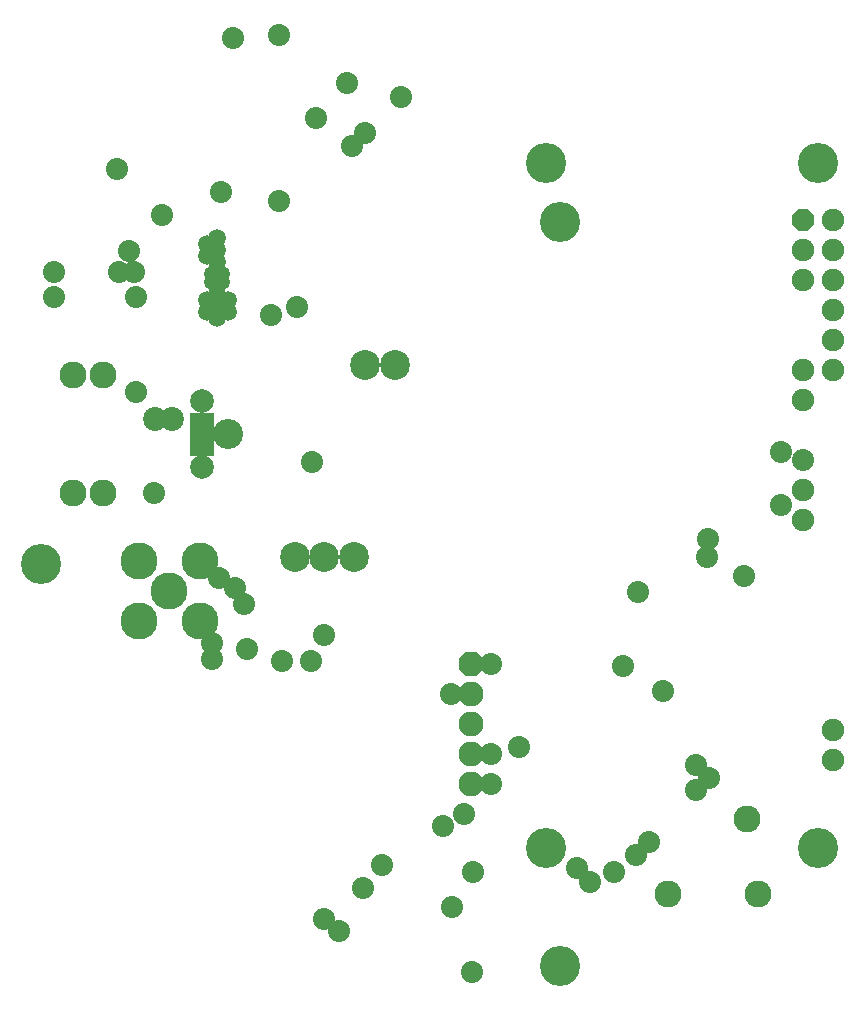
<source format=gbs>
G75*
%MOIN*%
%OFA0B0*%
%FSLAX24Y24*%
%IPPOS*%
%LPD*%
%AMOC8*
5,1,8,0,0,1.08239X$1,22.5*
%
%ADD10C,0.1339*%
%ADD11C,0.0896*%
%ADD12C,0.0996*%
%ADD13C,0.1236*%
%ADD14C,0.0791*%
%ADD15C,0.1004*%
%ADD16R,0.0827X0.0413*%
%ADD17OC8,0.0830*%
%ADD18C,0.0830*%
%ADD19OC8,0.0751*%
%ADD20C,0.0751*%
%ADD21C,0.0736*%
%ADD22C,0.0531*%
%ADD23C,0.0591*%
%ADD24C,0.0796*%
D10*
X026285Y011832D03*
X026763Y007905D03*
X035340Y011832D03*
X009441Y021289D03*
X026763Y032706D03*
X026285Y034667D03*
X026285Y034667D03*
X035340Y034667D03*
D11*
X011515Y027588D03*
X010515Y027588D03*
X010515Y023651D03*
X011515Y023651D03*
X030346Y010307D03*
X033346Y010307D03*
X032998Y012795D03*
D12*
X019883Y021535D03*
X018899Y021535D03*
X017915Y021535D03*
X020257Y027943D03*
X021242Y027943D03*
D13*
X014736Y021407D03*
X013732Y020403D03*
X014736Y019399D03*
X012728Y019399D03*
X012728Y021407D03*
D14*
X014824Y024517D03*
X014824Y026722D03*
D15*
X015691Y025620D03*
D16*
X014824Y025620D03*
X014824Y025876D03*
X014824Y026131D03*
X014824Y025364D03*
X014824Y025108D03*
D17*
X023787Y017954D03*
D18*
X023787Y016954D03*
X023787Y015954D03*
X023787Y014954D03*
X023787Y013954D03*
D19*
X034840Y032750D03*
D20*
X035840Y032750D03*
X035840Y031750D03*
X034840Y031750D03*
X034840Y030750D03*
X035840Y030750D03*
X035840Y029750D03*
X035840Y028750D03*
X035840Y027750D03*
X034840Y027750D03*
X034840Y026750D03*
X034840Y023750D03*
X034840Y022750D03*
X035840Y015750D03*
X035840Y014750D03*
D21*
X018870Y009478D03*
X019380Y009051D03*
X020169Y010502D03*
X020834Y011257D03*
X022868Y012551D03*
X023563Y012978D03*
X024452Y013954D03*
X024452Y014954D03*
X025387Y015210D03*
X023122Y016954D03*
X024452Y017954D03*
X028856Y017909D03*
X030177Y017067D03*
X031273Y014608D03*
X031720Y014181D03*
X031273Y013754D03*
X029732Y012025D03*
X029283Y011598D03*
X028563Y011021D03*
X027757Y010712D03*
X027328Y011159D03*
X023854Y011049D03*
X023147Y009860D03*
X023811Y007691D03*
X018468Y018070D03*
X017472Y018070D03*
X016324Y018470D03*
X015159Y018651D03*
X015159Y018139D03*
X016222Y019960D03*
X015907Y020492D03*
X015395Y020846D03*
X018895Y018946D03*
X013226Y023651D03*
X012630Y027049D03*
X012635Y030193D03*
X012555Y031029D03*
X012055Y031029D03*
X012380Y031730D03*
X013492Y032929D03*
X015460Y033704D03*
X017401Y033415D03*
X019815Y035244D03*
X020254Y035683D03*
X021437Y036858D03*
X019653Y037326D03*
X018602Y036183D03*
X015856Y038817D03*
X017401Y038948D03*
X011988Y034476D03*
X009880Y031029D03*
X009880Y030187D03*
X017112Y029608D03*
X017992Y029878D03*
X018486Y024693D03*
X029368Y020362D03*
X031657Y021519D03*
X031669Y022137D03*
X032901Y020905D03*
X034118Y023250D03*
X034840Y024750D03*
X034120Y025027D03*
D22*
X015492Y030710D03*
X015492Y030952D03*
X015161Y030952D03*
X015161Y030710D03*
D23*
X015326Y030287D03*
X014984Y030088D03*
X015326Y029889D03*
X015669Y029691D03*
X015326Y029492D03*
X014982Y029691D03*
X015669Y030088D03*
X015326Y031374D03*
X014984Y031572D03*
X015326Y031771D03*
X014984Y031970D03*
X015326Y032169D03*
D24*
X013817Y026131D03*
X013254Y026131D03*
M02*

</source>
